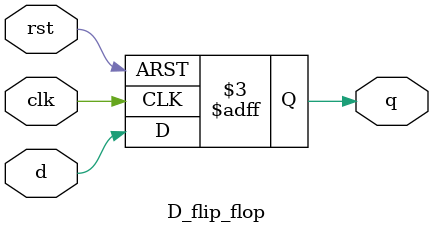
<source format=v>
`timescale 1ns / 1ps
module D_flip_flop(d, clk, rst,q);
input d, clk, rst;
output q;
reg q;
always @(negedge rst, negedge clk)
begin
if(!rst)
q = 0;
else 
q = d;
end
endmodule

</source>
